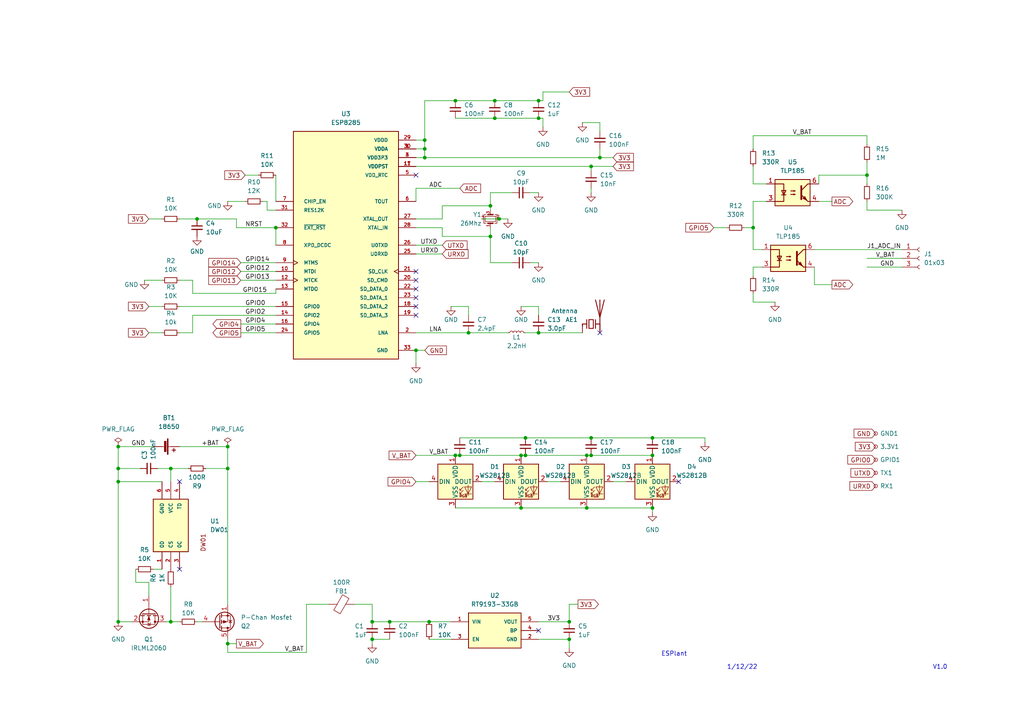
<source format=kicad_sch>
(kicad_sch (version 20211123) (generator eeschema)
  (paper "A4")
  (lib_symbols
    (symbol "Connector:Conn_01x03_Female" (pin_names (offset 1.016) hide)
      (property "Reference" "J" (at 0 5.08 0))
      (property "Value" "Conn_01x03_Female" (at 0 -5.08 0))
      (symbol "Conn_01x03_Female_1_1"
        (arc (start 0 -2.032) (mid -0.508 -2.54) (end 0 -3.048) (stroke (width 0.1524)))
        (polyline (pts (xy -1.27 -2.54) (xy -0.508 -2.54)) (stroke (width 0.1524)))
        (polyline (pts (xy -1.27 0) (xy -0.508 0)) (stroke (width 0.1524)))
        (polyline (pts (xy -1.27 2.54) (xy -0.508 2.54)) (stroke (width 0.1524)))
        (arc (start 0 0.508) (mid -0.508 0) (end 0 -0.508) (stroke (width 0.1524)))
        (arc (start 0 3.048) (mid -0.508 2.54) (end 0 2.032) (stroke (width 0.1524)))
        (pin passive line (at -5.08 2.54 0) (length 3.81) (name "Pin_1") (number "1"))
        (pin passive line (at -5.08 0 0) (length 3.81) (name "Pin_2") (number "2"))
        (pin passive line (at -5.08 -2.54 0) (length 3.81) (name "Pin_3") (number "3"))
      )
    )
    (symbol "Connector:TestPoint_Small" (pin_numbers hide) (pin_names (offset 0.762) hide)
      (property "Reference" "TP" (at 0 3.81 0))
      (property "Value" "TestPoint_Small" (at 0 2.032 0))
      (symbol "TestPoint_Small_0_1"
        (circle (center 0 0) (radius 0.508))
      )
      (symbol "TestPoint_Small_1_1"
        (pin passive line (at 0 0 90) (length 0) (name "1") (number "1"))
      )
    )
    (symbol "DW01:DW01" (pin_names (offset 1.016))
      (property "Reference" "U" (at 0 -10.16 0))
      (property "Value" "DW01" (at 0 0 0))
      (symbol "DW01_0_0"
        (rectangle (start 0 -7.62) (end 15.24 2.54) (stroke (width 0.254)) (fill (type background)))
        (text "DW01" (at 0 -12.7 0) (effects (font (size 1.27 1.27)) (justify left bottom)))
        (pin bidirectional line (at -5.08 0 0) (length 5.08) (name "0D") (number "1"))
        (pin bidirectional line (at -5.08 -2.54 0) (length 5.08) (name "CS") (number "2"))
        (pin bidirectional line (at -5.08 -5.08 0) (length 5.08) (name "0C") (number "3"))
        (pin bidirectional line (at 20.32 -5.08 180) (length 5.08) (name "TD") (number "4"))
        (pin bidirectional line (at 20.32 -2.54 180) (length 5.08) (name "VCC") (number "5"))
        (pin bidirectional line (at 20.32 0 180) (length 5.08) (name "GND") (number "6"))
      )
    )
    (symbol "Device:Antenna_Chip" (pin_numbers hide) (pin_names (offset 1.016) hide)
      (property "Reference" "AE" (at 0 5.08 0))
      (property "Value" "Antenna_Chip" (at 0 3.175 0))
      (symbol "Antenna_Chip_0_1"
        (polyline (pts (xy -2.54 0) (xy -2.54 -0.635)) (stroke (width 0.254)))
        (polyline (pts (xy -2.54 0) (xy -1.27 0)) (stroke (width 0.254)))
        (polyline (pts (xy 1.27 0) (xy 2.54 0)) (stroke (width 0.254)))
        (polyline (pts (xy 1.27 1.27) (xy 1.27 -1.27)) (stroke (width 0.254)))
        (polyline (pts (xy 2.54 -0.635) (xy 2.54 0)))
        (polyline (pts (xy 2.54 6.985) (xy 2.54 -1.905)) (stroke (width 0.254)))
        (polyline (pts (xy -1.27 1.27) (xy -1.27 -1.27) (xy -1.27 0)) (stroke (width 0.254)))
        (polyline (pts (xy 3.81 6.985) (xy 2.54 1.905) (xy 1.27 6.985)) (stroke (width 0.254)))
        (polyline (pts (xy -0.635 1.27) (xy 0.635 1.27) (xy 0.635 -1.27) (xy -0.635 -1.27) (xy -0.635 1.27)) (stroke (width 0.254)))
      )
      (symbol "Antenna_Chip_1_1"
        (pin input line (at -2.54 -2.54 90) (length 2.54) (name "FEED") (number "1"))
        (pin passive line (at 2.54 -2.54 90) (length 2.54) (name "PCB_Trace") (number "2"))
      )
    )
    (symbol "Device:Battery_Cell" (pin_numbers hide) (pin_names (offset 0) hide)
      (property "Reference" "BT" (at 2.54 2.54 0))
      (property "Value" "Battery_Cell" (at 2.54 0 0))
      (symbol "Battery_Cell_0_1"
        (rectangle (start -2.286 1.778) (end 2.286 1.524) (fill (type outline)))
        (rectangle (start -1.5748 1.1938) (end 1.4732 0.6858) (fill (type outline)))
        (polyline (pts (xy 0 0.762) (xy 0 0)))
        (polyline (pts (xy 0 1.778) (xy 0 2.54)))
        (polyline (pts (xy 0.508 3.429) (xy 1.524 3.429)) (stroke (width 0.254)))
        (polyline (pts (xy 1.016 3.937) (xy 1.016 2.921)) (stroke (width 0.254)))
      )
      (symbol "Battery_Cell_1_1"
        (pin passive line (at 0 5.08 270) (length 2.54) (name "+") (number "1"))
        (pin passive line (at 0 -2.54 90) (length 2.54) (name "-") (number "2"))
      )
    )
    (symbol "Device:C_Small" (pin_numbers hide) (pin_names (offset 0.254) hide)
      (property "Reference" "C" (at 0.254 1.778 0))
      (property "Value" "C_Small" (at 0.254 -2.032 0))
      (symbol "C_Small_0_1"
        (polyline (pts (xy -1.524 -0.508) (xy 1.524 -0.508)) (stroke (width 0.3302)))
        (polyline (pts (xy -1.524 0.508) (xy 1.524 0.508)) (stroke (width 0.3048)))
      )
      (symbol "C_Small_1_1"
        (pin passive line (at 0 2.54 270) (length 2.032) (name "~") (number "1"))
        (pin passive line (at 0 -2.54 90) (length 2.032) (name "~") (number "2"))
      )
    )
    (symbol "Device:Crystal_GND24_Small" (pin_names (offset 1.016) hide)
      (property "Reference" "Y" (at 1.27 4.445 0))
      (property "Value" "Crystal_GND24_Small" (at 1.27 2.54 0))
      (symbol "Crystal_GND24_Small_0_1"
        (rectangle (start -0.762 -1.524) (end 0.762 1.524))
        (polyline (pts (xy -1.27 -0.762) (xy -1.27 0.762)) (stroke (width 0.381)))
        (polyline (pts (xy 1.27 -0.762) (xy 1.27 0.762)) (stroke (width 0.381)))
        (polyline (pts (xy -1.27 -1.27) (xy -1.27 -1.905) (xy 1.27 -1.905) (xy 1.27 -1.27)))
        (polyline (pts (xy -1.27 1.27) (xy -1.27 1.905) (xy 1.27 1.905) (xy 1.27 1.27)))
      )
      (symbol "Crystal_GND24_Small_1_1"
        (pin passive line (at -2.54 0 0) (length 1.27) (name "1") (number "1"))
        (pin passive line (at 0 -2.54 90) (length 0.635) (name "2") (number "2"))
        (pin passive line (at 2.54 0 180) (length 1.27) (name "3") (number "3"))
        (pin passive line (at 0 2.54 270) (length 0.635) (name "4") (number "4"))
      )
    )
    (symbol "Device:FerriteBead" (pin_numbers hide) (pin_names (offset 0))
      (property "Reference" "FB" (at -3.81 0.635 90))
      (property "Value" "FerriteBead" (at 3.81 0 90))
      (symbol "FerriteBead_0_1"
        (polyline (pts (xy 0 -1.27) (xy 0 -1.2192)))
        (polyline (pts (xy 0 1.27) (xy 0 1.2954)))
        (polyline (pts (xy -2.7686 0.4064) (xy -1.7018 2.2606) (xy 2.7686 -0.3048) (xy 1.6764 -2.159) (xy -2.7686 0.4064)))
      )
      (symbol "FerriteBead_1_1"
        (pin passive line (at 0 3.81 270) (length 2.54) (name "~") (number "1"))
        (pin passive line (at 0 -3.81 90) (length 2.54) (name "~") (number "2"))
      )
    )
    (symbol "Device:L_Small" (pin_numbers hide) (pin_names (offset 0.254) hide)
      (property "Reference" "L" (at 0.762 1.016 0))
      (property "Value" "L_Small" (at 0.762 -1.016 0))
      (symbol "L_Small_0_1"
        (arc (start 0 -2.032) (mid 0.508 -1.524) (end 0 -1.016))
        (arc (start 0 -1.016) (mid 0.508 -0.508) (end 0 0))
        (arc (start 0 0) (mid 0.508 0.508) (end 0 1.016))
        (arc (start 0 1.016) (mid 0.508 1.524) (end 0 2.032))
      )
      (symbol "L_Small_1_1"
        (pin passive line (at 0 2.54 270) (length 0.508) (name "~") (number "1"))
        (pin passive line (at 0 -2.54 90) (length 0.508) (name "~") (number "2"))
      )
    )
    (symbol "Device:R_Small" (pin_numbers hide) (pin_names (offset 0.254) hide)
      (property "Reference" "R" (at 0.762 0.508 0))
      (property "Value" "R_Small" (at 0.762 -1.016 0))
      (symbol "R_Small_0_1"
        (rectangle (start -0.762 1.778) (end 0.762 -1.778) (stroke (width 0.2032)))
      )
      (symbol "R_Small_1_1"
        (pin passive line (at 0 2.54 270) (length 0.762) (name "~") (number "1"))
        (pin passive line (at 0 -2.54 90) (length 0.762) (name "~") (number "2"))
      )
    )
    (symbol "ESP8285EDIT:ESP8285" (pin_names (offset 3))
      (property "Reference" "U" (at -15.24 34.29 0))
      (property "Value" "ESP8285" (at -15.24 -34.29 0))
      (symbol "ESP8285_0_0"
        (rectangle (start -15.24 -33.02) (end 15.24 33.02) (stroke (width 0.254)) (fill (type background)))
        (pin power_in line (at 20.32 27.94 180) (length 5.08) (name "VDDA") (number "1"))
        (pin bidirectional line (at -20.32 -7.62 0) (length 5.08) (name "MTDI") (number "10"))
        (pin power_in line (at 20.32 22.86 180) (length 5.08) (name "VDDPST") (number "11"))
        (pin bidirectional clock (at -20.32 -10.16 0) (length 5.08) (name "MTCK") (number "12"))
        (pin bidirectional line (at -20.32 -12.7 0) (length 5.08) (name "MTDO") (number "13"))
        (pin bidirectional line (at -20.32 -20.32 0) (length 5.08) (name "GPIO2") (number "14"))
        (pin bidirectional line (at -20.32 -17.78 0) (length 5.08) (name "GPIO0") (number "15"))
        (pin bidirectional line (at -20.32 -22.86 0) (length 5.08) (name "GPIO4") (number "16"))
        (pin power_in line (at 20.32 22.86 180) (length 5.08) (name "VDDPST") (number "17"))
        (pin bidirectional line (at 20.32 -17.78 180) (length 5.08) (name "SD_DATA_2") (number "18"))
        (pin bidirectional line (at 20.32 -20.32 180) (length 5.08) (name "SD_DATA_3") (number "19"))
        (pin bidirectional line (at 20.32 -25.4 180) (length 5.08) (name "LNA") (number "2"))
        (pin bidirectional line (at 20.32 -10.16 180) (length 5.08) (name "SD_CMD") (number "20"))
        (pin bidirectional clock (at 20.32 -7.62 180) (length 5.08) (name "SD_CLK") (number "21"))
        (pin bidirectional line (at 20.32 -12.7 180) (length 5.08) (name "SD_DATA_0") (number "22"))
        (pin bidirectional line (at 20.32 -15.24 180) (length 5.08) (name "SD_DATA_1") (number "23"))
        (pin bidirectional line (at -20.32 -25.4 0) (length 5.08) (name "GPIO5") (number "24"))
        (pin bidirectional line (at 20.32 -2.54 180) (length 5.08) (name "U0RXD") (number "25"))
        (pin bidirectional line (at 20.32 0 180) (length 5.08) (name "U0TXD") (number "26"))
        (pin output line (at 20.32 7.62 180) (length 5.08) (name "XTAL_OUT") (number "27"))
        (pin input line (at 20.32 5.08 180) (length 5.08) (name "XTAL_IN") (number "28"))
        (pin power_in line (at 20.32 30.48 180) (length 5.08) (name "VDDD") (number "29"))
        (pin power_in line (at 20.32 25.4 180) (length 5.08) (name "VDD3P3") (number "3"))
        (pin power_in line (at 20.32 27.94 180) (length 5.08) (name "VDDA") (number "30"))
        (pin input line (at -20.32 10.16 0) (length 5.08) (name "RES12K") (number "31"))
        (pin input line (at -20.32 5.08 0) (length 5.08) (name "~{EXT_RST}") (number "32"))
        (pin power_in line (at 20.32 -30.48 180) (length 5.08) (name "GND") (number "33"))
        (pin power_in line (at 20.32 25.4 180) (length 5.08) (name "VDD3P3") (number "4"))
        (pin power_in line (at 20.32 20.32 180) (length 5.08) (name "VDD_RTC") (number "5"))
        (pin output line (at 20.32 12.7 180) (length 5.08) (name "TOUT") (number "6"))
        (pin input line (at -20.32 12.7 0) (length 5.08) (name "CHIP_EN") (number "7"))
        (pin bidirectional line (at -20.32 0 0) (length 5.08) (name "XPD_DCDC") (number "8"))
        (pin bidirectional clock (at -20.32 -5.08 0) (length 5.08) (name "MTMS") (number "9"))
      )
    )
    (symbol "Isolator:TLP185"
      (property "Reference" "U" (at -5.08 5.08 0))
      (property "Value" "TLP185" (at -5.08 -5.08 0))
      (symbol "TLP185_0_1"
        (rectangle (start -5.08 3.81) (end 5.08 -3.81) (stroke (width 0.254)) (fill (type background)))
        (polyline (pts (xy -3.175 -0.635) (xy -1.905 -0.635)) (stroke (width 0.254)))
        (polyline (pts (xy 2.54 1.905) (xy 2.54 -1.905) (xy 2.54 -1.905)) (stroke (width 0.508)))
        (polyline (pts (xy 5.08 -2.54) (xy 4.445 -2.54) (xy 2.54 -0.635)) (stroke (width 0.254)))
        (polyline (pts (xy 5.08 2.54) (xy 4.445 2.54) (xy 2.54 0.635)) (stroke (width 0.254)))
        (polyline (pts (xy -5.08 -2.54) (xy -2.54 -2.54) (xy -2.54 2.54) (xy -5.08 2.54)) (stroke (width 0.254)))
        (polyline (pts (xy -2.54 -0.635) (xy -3.175 0.635) (xy -1.905 0.635) (xy -2.54 -0.635)) (stroke (width 0.254)))
        (polyline (pts (xy -0.508 -0.508) (xy 0.762 -0.508) (xy 0.381 -0.635) (xy 0.381 -0.381) (xy 0.762 -0.508)) (stroke (width 0.254)))
        (polyline (pts (xy -0.508 0.508) (xy 0.762 0.508) (xy 0.381 0.381) (xy 0.381 0.635) (xy 0.762 0.508)) (stroke (width 0.254)))
        (polyline (pts (xy 3.048 -1.651) (xy 3.556 -1.143) (xy 4.064 -2.159) (xy 3.048 -1.651) (xy 3.048 -1.651)) (stroke (width 0.254)) (fill (type outline)))
      )
      (symbol "TLP185_1_1"
        (pin passive line (at -7.62 2.54 0) (length 2.54) (name "~") (number "1"))
        (pin passive line (at -7.62 -2.54 0) (length 2.54) (name "~") (number "3"))
        (pin passive line (at 7.62 -2.54 180) (length 2.54) (name "~") (number "4"))
        (pin passive line (at 7.62 2.54 180) (length 2.54) (name "~") (number "6"))
      )
    )
    (symbol "LED:WS2812B" (pin_names (offset 0.254))
      (property "Reference" "D" (at 5.08 5.715 0))
      (property "Value" "WS2812B" (at 1.27 -5.715 0))
      (symbol "WS2812B_0_0"
        (text "RGB" (at 2.286 -4.191 0) (effects (font (size 0.762 0.762))))
      )
      (symbol "WS2812B_0_1"
        (polyline (pts (xy 1.27 -3.556) (xy 1.778 -3.556)))
        (polyline (pts (xy 1.27 -2.54) (xy 1.778 -2.54)))
        (polyline (pts (xy 4.699 -3.556) (xy 2.667 -3.556)))
        (polyline (pts (xy 2.286 -2.54) (xy 1.27 -3.556) (xy 1.27 -3.048)))
        (polyline (pts (xy 2.286 -1.524) (xy 1.27 -2.54) (xy 1.27 -2.032)))
        (polyline (pts (xy 3.683 -1.016) (xy 3.683 -3.556) (xy 3.683 -4.064)))
        (polyline (pts (xy 4.699 -1.524) (xy 2.667 -1.524) (xy 3.683 -3.556) (xy 4.699 -1.524)))
        (rectangle (start 5.08 5.08) (end -5.08 -5.08) (stroke (width 0.254)) (fill (type background)))
      )
      (symbol "WS2812B_1_1"
        (pin power_in line (at 0 7.62 270) (length 2.54) (name "VDD") (number "1"))
        (pin output line (at 7.62 0 180) (length 2.54) (name "DOUT") (number "2"))
        (pin power_in line (at 0 -7.62 90) (length 2.54) (name "VSS") (number "3"))
        (pin input line (at -7.62 0 0) (length 2.54) (name "DIN") (number "4"))
      )
    )
    (symbol "RT9193-33GB:RT9193-33GB" (pin_names (offset 1.016))
      (property "Reference" "U" (at -6.3582 6.3582 0))
      (property "Value" "RT9193-33GB" (at -6.3733 -8.9227 0))
      (symbol "RT9193-33GB_0_0"
        (rectangle (start -7.62 -5.08) (end 7.62 5.08) (stroke (width 0.254)) (fill (type background)))
        (pin input line (at -12.7 2.54 0) (length 5.08) (name "VIN") (number "1"))
        (pin power_in line (at 12.7 -2.54 180) (length 5.08) (name "GND") (number "2"))
        (pin input line (at -12.7 -2.54 0) (length 5.08) (name "EN") (number "3"))
        (pin passive line (at 12.7 0 180) (length 5.08) (name "BP") (number "4"))
        (pin output line (at 12.7 2.54 180) (length 5.08) (name "VOUT") (number "5"))
      )
    )
    (symbol "Transistor_FET:DMP3013SFV" (pin_names hide)
      (property "Reference" "Q" (at 5.08 1.905 0))
      (property "Value" "DMP3013SFV" (at 5.08 0 0))
      (symbol "DMP3013SFV_0_1"
        (polyline (pts (xy 0.254 0) (xy -2.54 0)))
        (polyline (pts (xy 0.254 1.905) (xy 0.254 -1.905)) (stroke (width 0.254)))
        (polyline (pts (xy 0.762 -1.27) (xy 0.762 -2.286)) (stroke (width 0.254)))
        (polyline (pts (xy 0.762 0.508) (xy 0.762 -0.508)) (stroke (width 0.254)))
        (polyline (pts (xy 0.762 2.286) (xy 0.762 1.27)) (stroke (width 0.254)))
        (polyline (pts (xy 2.54 2.54) (xy 2.54 1.778)))
        (polyline (pts (xy 2.54 -2.54) (xy 2.54 0) (xy 0.762 0)))
        (polyline (pts (xy 0.762 1.778) (xy 3.302 1.778) (xy 3.302 -1.778) (xy 0.762 -1.778)))
        (polyline (pts (xy 2.286 0) (xy 1.27 0.381) (xy 1.27 -0.381) (xy 2.286 0)) (fill (type outline)))
        (polyline (pts (xy 2.794 -0.508) (xy 2.921 -0.381) (xy 3.683 -0.381) (xy 3.81 -0.254)))
        (polyline (pts (xy 3.302 -0.381) (xy 2.921 0.254) (xy 3.683 0.254) (xy 3.302 -0.381)))
        (circle (center 1.651 0) (radius 2.794) (stroke (width 0.254)))
        (circle (center 2.54 -1.778) (radius 0.254) (fill (type outline)))
        (circle (center 2.54 1.778) (radius 0.254) (fill (type outline)))
      )
      (symbol "DMP3013SFV_1_1"
        (pin passive line (at 2.54 -5.08 90) (length 2.54) (name "S") (number "1"))
        (pin passive line (at 2.54 -5.08 90) (length 2.54) hide (name "S") (number "2"))
        (pin passive line (at 2.54 -5.08 90) (length 2.54) hide (name "S") (number "3"))
        (pin passive line (at -5.08 0 0) (length 2.54) (name "G") (number "4"))
        (pin passive line (at 2.54 5.08 270) (length 2.54) (name "D") (number "5"))
      )
    )
    (symbol "Transistor_FET:IRLML2060" (pin_names hide)
      (property "Reference" "Q" (at 5.08 1.905 0))
      (property "Value" "IRLML2060" (at 5.08 0 0))
      (symbol "IRLML2060_0_1"
        (polyline (pts (xy 0.254 0) (xy -2.54 0)))
        (polyline (pts (xy 0.254 1.905) (xy 0.254 -1.905)) (stroke (width 0.254)))
        (polyline (pts (xy 0.762 -1.27) (xy 0.762 -2.286)) (stroke (width 0.254)))
        (polyline (pts (xy 0.762 0.508) (xy 0.762 -0.508)) (stroke (width 0.254)))
        (polyline (pts (xy 0.762 2.286) (xy 0.762 1.27)) (stroke (width 0.254)))
        (polyline (pts (xy 2.54 2.54) (xy 2.54 1.778)))
        (polyline (pts (xy 2.54 -2.54) (xy 2.54 0) (xy 0.762 0)))
        (polyline (pts (xy 0.762 -1.778) (xy 3.302 -1.778) (xy 3.302 1.778) (xy 0.762 1.778)))
        (polyline (pts (xy 1.016 0) (xy 2.032 0.381) (xy 2.032 -0.381) (xy 1.016 0)) (fill (type outline)))
        (polyline (pts (xy 2.794 0.508) (xy 2.921 0.381) (xy 3.683 0.381) (xy 3.81 0.254)))
        (polyline (pts (xy 3.302 0.381) (xy 2.921 -0.254) (xy 3.683 -0.254) (xy 3.302 0.381)))
        (circle (center 1.651 0) (radius 2.794) (stroke (width 0.254)))
        (circle (center 2.54 -1.778) (radius 0.254) (fill (type outline)))
        (circle (center 2.54 1.778) (radius 0.254) (fill (type outline)))
      )
      (symbol "IRLML2060_1_1"
        (pin input line (at -5.08 0 0) (length 2.54) (name "G") (number "1"))
        (pin passive line (at 2.54 -5.08 90) (length 2.54) (name "S") (number "2"))
        (pin passive line (at 2.54 5.08 270) (length 2.54) (name "D") (number "3"))
      )
    )
    (symbol "power:GND" (power) (pin_names (offset 0))
      (property "Value" "GND" (at 0 -3.81 0))
      (symbol "GND_0_1"
        (polyline (pts (xy 0 0) (xy 0 -1.27) (xy 1.27 -1.27) (xy 0 -2.54) (xy -1.27 -1.27) (xy 0 -1.27)))
      )
      (symbol "GND_1_1"
        (pin power_in line (at 0 0 270) (length 0) hide (name "GND") (number "1"))
      )
    )
    (symbol "power:PWR_FLAG" (power) (pin_numbers hide) (pin_names (offset 0) hide)
      (property "Value" "PWR_FLAG" (at 0 3.81 0))
      (symbol "PWR_FLAG_0_0"
        (pin power_out line (at 0 0 90) (length 0) (name "pwr") (number "1"))
      )
      (symbol "PWR_FLAG_0_1"
        (polyline (pts (xy 0 0) (xy 0 1.27) (xy -1.016 1.905) (xy 0 2.54) (xy 1.016 1.905) (xy 0 1.27)))
      )
    )
  )
  (junction (at 49.53 135.89))
  (junction (at 171.45 48.26))
  (junction (at 165.1 185.42))
  (junction (at 66.04 186.69))
  (junction (at 113.03 180.34))
  (junction (at 66.04 129.54))
  (junction (at 151.13 147.32))
  (junction (at 171.45 127))
  (junction (at 34.29 139.7))
  (junction (at 34.29 180.34))
  (junction (at 133.35 132.08))
  (junction (at 123.19 45.72))
  (junction (at 107.95 180.34))
  (junction (at 189.23 127))
  (junction (at 132.08 29.21))
  (junction (at 171.45 132.08))
  (junction (at 189.23 147.32))
  (junction (at 80.01 66.04))
  (junction (at 165.1 180.34))
  (junction (at 123.19 40.64))
  (junction (at 251.46 50.8))
  (junction (at 123.19 43.18))
  (junction (at 49.53 180.34))
  (junction (at 144.78 63.5))
  (junction (at 156.21 29.21))
  (junction (at 143.51 29.21))
  (junction (at 170.18 147.32))
  (junction (at 107.95 185.42))
  (junction (at 34.29 135.89))
  (junction (at 142.24 59.69))
  (junction (at 57.15 63.5))
  (junction (at 142.24 68.58))
  (junction (at 143.51 34.29))
  (junction (at 124.46 180.34))
  (junction (at 156.21 34.29))
  (junction (at 34.29 129.54))
  (junction (at 218.44 66.04))
  (junction (at 151.13 132.08))
  (junction (at 66.04 135.89))
  (junction (at 152.4 132.08))
  (junction (at 152.4 127))
  (junction (at 135.89 96.52))
  (junction (at 132.08 132.08))
  (junction (at 120.65 101.6))
  (junction (at 170.18 132.08))
  (junction (at 156.21 96.52))
  (junction (at 173.99 45.72))
  (junction (at 189.23 132.08))
  (no_connect (at 52.07 139.7))
  (no_connect (at 196.85 139.7))
  (no_connect (at 173.99 96.52))
  (no_connect (at 120.65 50.8))
  (no_connect (at 120.65 83.82))
  (no_connect (at 156.21 182.88))
  (no_connect (at 120.65 91.44))
  (no_connect (at 52.07 165.1))
  (no_connect (at 120.65 86.36))
  (no_connect (at 120.65 78.74))
  (no_connect (at 120.65 81.28))
  (no_connect (at 120.65 88.9))
  (wire (pts (xy 143.51 34.29) (xy 156.21 34.29)))
  (wire (pts (xy 167.64 175.26) (xy 165.1 175.26)))
  (wire (pts (xy 66.04 186.69) (xy 66.04 185.42)))
  (wire (pts (xy 151.13 132.08) (xy 152.4 132.08)))
  (wire (pts (xy 80.01 60.96) (xy 77.47 60.96)))
  (wire (pts (xy 177.8 139.7) (xy 181.61 139.7)))
  (wire (pts (xy 66.04 129.54) (xy 66.04 135.89)))
  (wire (pts (xy 128.27 59.69) (xy 142.24 59.69)))
  (wire (pts (xy 77.47 60.96) (xy 77.47 58.42)))
  (wire (pts (xy 123.19 29.21) (xy 123.19 40.64)))
  (wire (pts (xy 128.27 71.12) (xy 120.65 71.12)))
  (wire (pts (xy 120.65 48.26) (xy 171.45 48.26)))
  (wire (pts (xy 171.45 127) (xy 189.23 127)))
  (wire (pts (xy 135.89 91.44) (xy 135.89 88.9)))
  (wire (pts (xy 34.29 135.89) (xy 40.64 135.89)))
  (wire (pts (xy 120.65 45.72) (xy 123.19 45.72)))
  (wire (pts (xy 68.58 63.5) (xy 68.58 66.04)))
  (wire (pts (xy 80.01 91.44) (xy 55.88 91.44)))
  (wire (pts (xy 173.99 38.1) (xy 173.99 35.56)))
  (wire (pts (xy 95.25 175.26) (xy 88.9 175.26)))
  (wire (pts (xy 156.21 91.44) (xy 156.21 88.9)))
  (wire (pts (xy 135.89 88.9) (xy 130.81 88.9)))
  (wire (pts (xy 218.44 48.26) (xy 218.44 53.34)))
  (wire (pts (xy 107.95 180.34) (xy 113.03 180.34)))
  (wire (pts (xy 48.26 180.34) (xy 49.53 180.34)))
  (wire (pts (xy 218.44 53.34) (xy 222.25 53.34)))
  (wire (pts (xy 218.44 87.63) (xy 224.79 87.63)))
  (wire (pts (xy 123.19 101.6) (xy 120.65 101.6)))
  (wire (pts (xy 165.1 185.42) (xy 165.1 187.96)))
  (wire (pts (xy 189.23 148.59) (xy 189.23 147.32)))
  (wire (pts (xy 168.91 35.56) (xy 173.99 35.56)))
  (wire (pts (xy 236.22 82.55) (xy 241.3 82.55)))
  (wire (pts (xy 49.53 170.18) (xy 49.53 180.34)))
  (wire (pts (xy 156.21 96.52) (xy 168.91 96.52)))
  (wire (pts (xy 170.18 147.32) (xy 189.23 147.32)))
  (wire (pts (xy 39.37 168.91) (xy 43.18 168.91)))
  (wire (pts (xy 251.46 53.34) (xy 251.46 50.8)))
  (wire (pts (xy 132.08 34.29) (xy 143.51 34.29)))
  (wire (pts (xy 80.01 88.9) (xy 52.07 88.9)))
  (wire (pts (xy 52.07 129.54) (xy 66.04 129.54)))
  (wire (pts (xy 171.45 49.53) (xy 171.45 48.26)))
  (wire (pts (xy 55.88 81.28) (xy 52.07 81.28)))
  (wire (pts (xy 107.95 175.26) (xy 102.87 175.26)))
  (wire (pts (xy 132.08 147.32) (xy 151.13 147.32)))
  (wire (pts (xy 148.59 55.88) (xy 142.24 55.88)))
  (wire (pts (xy 120.65 105.41) (xy 120.65 101.6)))
  (wire (pts (xy 156.21 55.88) (xy 153.67 55.88)))
  (wire (pts (xy 39.37 165.1) (xy 39.37 168.91)))
  (wire (pts (xy 43.18 88.9) (xy 46.99 88.9)))
  (wire (pts (xy 251.46 74.93) (xy 261.62 74.93)))
  (wire (pts (xy 52.07 63.5) (xy 57.15 63.5)))
  (wire (pts (xy 236.22 72.39) (xy 261.62 72.39)))
  (wire (pts (xy 123.19 45.72) (xy 173.99 45.72)))
  (wire (pts (xy 80.01 66.04) (xy 80.01 71.12)))
  (wire (pts (xy 177.8 48.26) (xy 171.45 48.26)))
  (wire (pts (xy 44.45 129.54) (xy 34.29 129.54)))
  (wire (pts (xy 147.32 96.52) (xy 135.89 96.52)))
  (wire (pts (xy 173.99 43.18) (xy 173.99 45.72)))
  (wire (pts (xy 204.47 127) (xy 204.47 128.27)))
  (wire (pts (xy 49.53 180.34) (xy 52.07 180.34)))
  (wire (pts (xy 218.44 43.18) (xy 218.44 39.37)))
  (wire (pts (xy 120.65 66.04) (xy 128.27 66.04)))
  (wire (pts (xy 220.98 72.39) (xy 218.44 72.39)))
  (wire (pts (xy 69.85 81.28) (xy 80.01 81.28)))
  (wire (pts (xy 45.72 135.89) (xy 49.53 135.89)))
  (wire (pts (xy 132.08 132.08) (xy 133.35 132.08)))
  (wire (pts (xy 157.48 29.21) (xy 157.48 26.67)))
  (wire (pts (xy 107.95 186.69) (xy 107.95 185.42)))
  (wire (pts (xy 113.03 180.34) (xy 124.46 180.34)))
  (wire (pts (xy 41.91 81.28) (xy 46.99 81.28)))
  (wire (pts (xy 152.4 132.08) (xy 170.18 132.08)))
  (wire (pts (xy 34.29 139.7) (xy 46.99 139.7)))
  (wire (pts (xy 120.65 43.18) (xy 123.19 43.18)))
  (wire (pts (xy 59.69 135.89) (xy 66.04 135.89)))
  (wire (pts (xy 218.44 66.04) (xy 218.44 72.39)))
  (wire (pts (xy 236.22 77.47) (xy 236.22 82.55)))
  (wire (pts (xy 152.4 96.52) (xy 156.21 96.52)))
  (wire (pts (xy 107.95 185.42) (xy 113.03 185.42)))
  (wire (pts (xy 66.04 189.23) (xy 66.04 186.69)))
  (wire (pts (xy 43.18 168.91) (xy 43.18 172.72)))
  (wire (pts (xy 128.27 63.5) (xy 128.27 59.69)))
  (wire (pts (xy 120.65 54.61) (xy 120.65 58.42)))
  (wire (pts (xy 237.49 58.42) (xy 241.3 58.42)))
  (wire (pts (xy 34.29 139.7) (xy 34.29 180.34)))
  (wire (pts (xy 123.19 40.64) (xy 123.19 43.18)))
  (wire (pts (xy 107.95 180.34) (xy 107.95 175.26)))
  (wire (pts (xy 34.29 129.54) (xy 34.29 135.89)))
  (wire (pts (xy 142.24 66.04) (xy 142.24 68.58)))
  (wire (pts (xy 218.44 39.37) (xy 251.46 39.37)))
  (wire (pts (xy 132.08 29.21) (xy 143.51 29.21)))
  (wire (pts (xy 139.7 63.5) (xy 144.78 63.5)))
  (wire (pts (xy 251.46 41.91) (xy 251.46 39.37)))
  (wire (pts (xy 123.19 43.18) (xy 123.19 45.72)))
  (wire (pts (xy 80.01 50.8) (xy 80.01 58.42)))
  (wire (pts (xy 128.27 66.04) (xy 128.27 68.58)))
  (wire (pts (xy 34.29 180.34) (xy 38.1 180.34)))
  (wire (pts (xy 120.65 40.64) (xy 123.19 40.64)))
  (wire (pts (xy 156.21 29.21) (xy 157.48 29.21)))
  (wire (pts (xy 68.58 66.04) (xy 80.01 66.04)))
  (wire (pts (xy 57.15 180.34) (xy 58.42 180.34)))
  (wire (pts (xy 54.61 135.89) (xy 49.53 135.89)))
  (wire (pts (xy 66.04 58.42) (xy 71.12 58.42)))
  (wire (pts (xy 152.4 127) (xy 171.45 127)))
  (wire (pts (xy 142.24 55.88) (xy 142.24 59.69)))
  (wire (pts (xy 157.48 34.29) (xy 157.48 36.83)))
  (wire (pts (xy 124.46 185.42) (xy 130.81 185.42)))
  (wire (pts (xy 88.9 189.23) (xy 66.04 189.23)))
  (wire (pts (xy 158.75 139.7) (xy 162.56 139.7)))
  (wire (pts (xy 44.45 165.1) (xy 46.99 165.1)))
  (wire (pts (xy 43.18 96.52) (xy 46.99 96.52)))
  (wire (pts (xy 156.21 180.34) (xy 165.1 180.34)))
  (wire (pts (xy 128.27 73.66) (xy 120.65 73.66)))
  (wire (pts (xy 218.44 77.47) (xy 218.44 80.01)))
  (wire (pts (xy 69.85 76.2) (xy 80.01 76.2)))
  (wire (pts (xy 46.99 63.5) (xy 43.18 63.5)))
  (wire (pts (xy 34.29 135.89) (xy 34.29 139.7)))
  (wire (pts (xy 237.49 50.8) (xy 251.46 50.8)))
  (wire (pts (xy 133.35 132.08) (xy 151.13 132.08)))
  (wire (pts (xy 165.1 175.26) (xy 165.1 180.34)))
  (wire (pts (xy 128.27 68.58) (xy 142.24 68.58)))
  (wire (pts (xy 156.21 76.2) (xy 153.67 76.2)))
  (wire (pts (xy 69.85 93.98) (xy 80.01 93.98)))
  (wire (pts (xy 69.85 96.52) (xy 80.01 96.52)))
  (wire (pts (xy 133.35 54.61) (xy 120.65 54.61)))
  (wire (pts (xy 69.85 78.74) (xy 80.01 78.74)))
  (wire (pts (xy 148.59 76.2) (xy 142.24 76.2)))
  (wire (pts (xy 120.65 96.52) (xy 135.89 96.52)))
  (wire (pts (xy 237.49 53.34) (xy 237.49 50.8)))
  (wire (pts (xy 151.13 147.32) (xy 170.18 147.32)))
  (wire (pts (xy 143.51 29.21) (xy 156.21 29.21)))
  (wire (pts (xy 171.45 55.88) (xy 171.45 54.61)))
  (wire (pts (xy 170.18 132.08) (xy 171.45 132.08)))
  (wire (pts (xy 251.46 60.96) (xy 261.62 60.96)))
  (wire (pts (xy 139.7 139.7) (xy 143.51 139.7)))
  (wire (pts (xy 156.21 185.42) (xy 165.1 185.42)))
  (wire (pts (xy 66.04 135.89) (xy 66.04 175.26)))
  (wire (pts (xy 120.65 139.7) (xy 124.46 139.7)))
  (wire (pts (xy 49.53 135.89) (xy 49.53 139.7)))
  (wire (pts (xy 251.46 58.42) (xy 251.46 60.96)))
  (wire (pts (xy 120.65 63.5) (xy 128.27 63.5)))
  (wire (pts (xy 189.23 127) (xy 204.47 127)))
  (wire (pts (xy 218.44 58.42) (xy 218.44 66.04)))
  (wire (pts (xy 220.98 77.47) (xy 218.44 77.47)))
  (wire (pts (xy 156.21 34.29) (xy 157.48 34.29)))
  (wire (pts (xy 207.01 66.04) (xy 210.82 66.04)))
  (wire (pts (xy 76.2 58.42) (xy 77.47 58.42)))
  (wire (pts (xy 123.19 29.21) (xy 132.08 29.21)))
  (wire (pts (xy 124.46 180.34) (xy 130.81 180.34)))
  (wire (pts (xy 215.9 66.04) (xy 218.44 66.04)))
  (wire (pts (xy 171.45 132.08) (xy 189.23 132.08)))
  (wire (pts (xy 218.44 85.09) (xy 218.44 87.63)))
  (wire (pts (xy 80.01 85.09) (xy 55.88 85.09)))
  (wire (pts (xy 55.88 96.52) (xy 52.07 96.52)))
  (wire (pts (xy 80.01 85.09) (xy 80.01 83.82)))
  (wire (pts (xy 55.88 85.09) (xy 55.88 81.28)))
  (wire (pts (xy 88.9 175.26) (xy 88.9 189.23)))
  (wire (pts (xy 218.44 58.42) (xy 222.25 58.42)))
  (wire (pts (xy 144.78 63.5) (xy 147.32 63.5)))
  (wire (pts (xy 156.21 88.9) (xy 151.13 88.9)))
  (wire (pts (xy 173.99 45.72) (xy 177.8 45.72)))
  (wire (pts (xy 251.46 77.47) (xy 261.62 77.47)))
  (wire (pts (xy 251.46 50.8) (xy 251.46 46.99)))
  (wire (pts (xy 142.24 68.58) (xy 142.24 76.2)))
  (wire (pts (xy 66.04 186.69) (xy 68.58 186.69)))
  (wire (pts (xy 120.65 132.08) (xy 132.08 132.08)))
  (wire (pts (xy 133.35 127) (xy 152.4 127)))
  (wire (pts (xy 157.48 26.67) (xy 165.1 26.67)))
  (wire (pts (xy 55.88 91.44) (xy 55.88 96.52)))
  (wire (pts (xy 57.15 63.5) (xy 68.58 63.5)))
  (wire (pts (xy 71.12 50.8) (xy 74.93 50.8)))
  (wire (pts (xy 142.24 59.69) (xy 142.24 60.96)))
  (text "ESPlant" (at 191.77 190.5 0) (effects (font (size 1.27 1.27)) (justify left bottom)))
  (text "V1.0" (at 270.51 194.31 0) (effects (font (size 1.27 1.27)) (justify left bottom)))
  (text "1/12/22" (at 210.82 194.31 0) (effects (font (size 1.27 1.27)) (justify left bottom)))
  (label "LNA" (at 124.46 96.52 0))
  (label "+BAT" (at 58.42 129.54 0))
  (label "GPIO2" (at 71.12 91.44 0))
  (label "V_BAT" (at 82.55 189.23 0))
  (label "V_BAT" (at 124.46 132.08 0))
  (label "GPIO0" (at 71.12 88.9 0))
  (label "GND" (at 255.27 77.47 0))
  (label "V_BAT" (at 254 74.93 0))
  (label "GPIO15" (at 77.47 85.09 180))
  (label "NRST" (at 71.12 66.04 0))
  (label "GPIO5" (at 71.12 96.52 0))
  (label "GPIO13" (at 71.12 81.28 0))
  (label "J1_ADC_IN" (at 251.46 72.39 0))
  (label "V_BAT" (at 229.87 39.37 0))
  (label "GPIO4" (at 71.12 93.98 0))
  (label "3V3" (at 158.75 180.34 0))
  (label "ADC" (at 124.46 54.61 0))
  (label "GPIO14" (at 71.12 76.2 0))
  (label "URXD" (at 121.92 73.66 0))
  (label "GPIO12" (at 71.12 78.74 0))
  (label "GND" (at 38.1 129.54 0))
  (label "UTXD" (at 121.92 71.12 0))
  (global_label "ADC" (shape output) (at 241.3 58.42 0) (property "Intersheet References" "${INTERSHEET_REFS}" (effects hide)))
  (global_label "UTXD" (shape input) (at 254 137.16 180) (property "Intersheet References" "${INTERSHEET_REFS}" (effects hide)))
  (global_label "V_BAT" (shape output) (at 68.58 186.69 0) (property "Intersheet References" "${INTERSHEET_REFS}" (effects hide)))
  (global_label "3V3" (shape input) (at 254 129.54 180) (property "Intersheet References" "${INTERSHEET_REFS}" (effects hide)))
  (global_label "3V3" (shape input) (at 177.8 48.26 0) (property "Intersheet References" "${INTERSHEET_REFS}" (effects hide)))
  (global_label "GPIO14" (shape input) (at 69.85 76.2 180) (property "Intersheet References" "${INTERSHEET_REFS}" (effects hide)))
  (global_label "3V3" (shape output) (at 167.64 175.26 0) (property "Intersheet References" "${INTERSHEET_REFS}" (effects hide)))
  (global_label "3V3" (shape input) (at 43.18 88.9 180) (property "Intersheet References" "${INTERSHEET_REFS}" (effects hide)))
  (global_label "GPIO5" (shape output) (at 69.85 96.52 180) (property "Intersheet References" "${INTERSHEET_REFS}" (effects hide)))
  (global_label "GND" (shape input) (at 254 125.73 180) (property "Intersheet References" "${INTERSHEET_REFS}" (effects hide)))
  (global_label "ADC" (shape input) (at 133.35 54.61 0) (property "Intersheet References" "${INTERSHEET_REFS}" (effects hide)))
  (global_label "3V3" (shape input) (at 165.1 26.67 0) (property "Intersheet References" "${INTERSHEET_REFS}" (effects hide)))
  (global_label "3V3" (shape input) (at 43.18 63.5 180) (property "Intersheet References" "${INTERSHEET_REFS}" (effects hide)))
  (global_label "URXD" (shape input) (at 128.27 73.66 0) (property "Intersheet References" "${INTERSHEET_REFS}" (effects hide)))
  (global_label "GPIO4" (shape input) (at 120.65 139.7 180) (property "Intersheet References" "${INTERSHEET_REFS}" (effects hide)))
  (global_label "V_BAT" (shape input) (at 120.65 132.08 180) (property "Intersheet References" "${INTERSHEET_REFS}" (effects hide)))
  (global_label "GPIO12" (shape input) (at 69.85 78.74 180) (property "Intersheet References" "${INTERSHEET_REFS}" (effects hide)))
  (global_label "3V3" (shape input) (at 177.8 45.72 0) (property "Intersheet References" "${INTERSHEET_REFS}" (effects hide)))
  (global_label "GPIO4" (shape output) (at 69.85 93.98 180) (property "Intersheet References" "${INTERSHEET_REFS}" (effects hide)))
  (global_label "URXD" (shape input) (at 254 140.97 180) (property "Intersheet References" "${INTERSHEET_REFS}" (effects hide)))
  (global_label "ADC" (shape output) (at 241.3 82.55 0) (property "Intersheet References" "${INTERSHEET_REFS}" (effects hide)))
  (global_label "GPIO5" (shape input) (at 207.01 66.04 180) (property "Intersheet References" "${INTERSHEET_REFS}" (effects hide)))
  (global_label "GPIO0" (shape input) (at 254 133.35 180) (property "Intersheet References" "${INTERSHEET_REFS}" (effects hide)))
  (global_label "UTXD" (shape input) (at 128.27 71.12 0) (property "Intersheet References" "${INTERSHEET_REFS}" (effects hide)))
  (global_label "GPIO13" (shape input) (at 69.85 81.28 180) (property "Intersheet References" "${INTERSHEET_REFS}" (effects hide)))
  (global_label "3V3" (shape input) (at 71.12 50.8 180) (property "Intersheet References" "${INTERSHEET_REFS}" (effects hide)))
  (global_label "3V3" (shape input) (at 43.18 96.52 180) (property "Intersheet References" "${INTERSHEET_REFS}" (effects hide)))
  (global_label "GND" (shape input) (at 123.19 101.6 0) (property "Intersheet References" "${INTERSHEET_REFS}" (effects hide)))
  (symbol (lib_id "power:GND") (at 147.32 63.5 0) (unit 1)
    (property "Reference" "#PWR09" (effects hide))
    (property "Value" "GND" (at 147.32 68.58 0))
  )
  (symbol (lib_id "Device:C_Small") (at 113.03 182.88 180) (unit 1)
    (property "Reference" "C2" (at 115.57 181.61 0) (effects (justify right)))
    (property "Value" "100nF" (at 115.57 184.1435 0) (effects (justify right)))
    (property "Footprint" "Capacitor_SMD:C_0402_1005Metric" (effects hide))
  )
  (symbol (lib_id "power:GND") (at 57.15 68.58 0) (unit 1)
    (property "Reference" "#PWR04" (effects hide))
    (property "Value" "GND" (at 57.15 73.66 0) (effects (justify bottom)))
  )
  (symbol (lib_id "Device:C_Small") (at 132.08 31.75 180) (unit 1)
    (property "Reference" "C6" (at 134.62 30.4735 0) (effects (justify right)))
    (property "Value" "100nF" (at 134.62 33.0135 0) (effects (justify right)))
    (property "Footprint" "Capacitor_SMD:C_0402_1005Metric" (effects hide))
  )
  (symbol (lib_id "Device:R_Small") (at 218.44 82.55 0) (unit 1)
    (property "Reference" "R14" (at 220.98 81.2799 0) (effects (justify left)))
    (property "Value" "330R" (at 220.98 83.8199 0) (effects (justify left)))
    (property "Footprint" "Capacitor_SMD:C_0402_1005Metric" (effects hide))
  )
  (symbol (lib_id "Device:Antenna_Chip") (at 171.45 93.98 0) (unit 1)
    (property "Reference" "AE1" (at 167.64 92.7101 0) (effects (justify right)))
    (property "Value" "Antenna" (at 167.64 90.1701 0) (effects (justify right)))
    (property "Footprint" "RF_Antenna:Johanson_2450AT43F0100" (effects hide))
  )
  (symbol (lib_id "Device:R_Small") (at 49.53 96.52 90) (unit 1)
    (property "Reference" "R4" (at 49.53 90.17 90) (effects (justify bottom)))
    (property "Value" "10k" (at 49.53 92.71 90) (effects (justify bottom)))
    (property "Footprint" "Resistor_SMD:R_0402_1005Metric" (effects hide))
  )
  (symbol (lib_id "power:GND") (at 151.13 88.9 0) (unit 1)
    (property "Reference" "#PWR010" (effects hide))
    (property "Value" "GND" (at 151.13 92.71 0))
  )
  (symbol (lib_id "power:GND") (at 204.47 128.27 0) (unit 1)
    (property "Reference" "#PWR017" (effects hide))
    (property "Value" "GND" (at 204.47 133.35 0))
  )
  (symbol (lib_id "RT9193-33GB:RT9193-33GB") (at 143.51 182.88 0) (unit 1)
    (property "Reference" "U2" (at 143.51 172.72 0))
    (property "Value" "RT9193-33GB" (at 143.51 175.26 0))
    (property "Footprint" "SOT94P279X129-5N" (effects hide))
    (property "PACKAGE" "SOT-23-5" (effects hide))
    (property "MP" "RT9193-33GB" (effects hide))
    (property "PRICE" "$0.19 USD" (effects hide))
    (property "MF" "RICHTEK" (effects hide))
    (property "AVAILABILITY" "Good" (effects hide))
  )
  (symbol (lib_id "Device:R_Small") (at 49.53 88.9 90) (unit 1)
    (property "Reference" "R3" (at 49.53 82.55 90) (effects (justify bottom)))
    (property "Value" "10K" (at 49.53 85.09 90) (effects (justify bottom)))
    (property "Footprint" "Resistor_SMD:R_0402_1005Metric" (effects hide))
  )
  (symbol (lib_id "Device:R_Small") (at 41.91 165.1 90) (unit 1)
    (property "Reference" "R5" (at 41.91 158.75 90) (effects (justify bottom)))
    (property "Value" "10K" (at 41.91 161.29 90) (effects (justify bottom)))
    (property "Footprint" "Capacitor_SMD:C_0402_1005Metric" (effects hide))
  )
  (symbol (lib_id "Isolator:TLP185") (at 229.87 55.88 0) (unit 1)
    (property "Reference" "U5" (at 229.87 46.99 0))
    (property "Value" "TLP185" (at 229.87 49.53 0))
    (property "Footprint" "Package_SO:SOIC-4_4.55x3.7mm_P2.54mm" (effects hide))
    (property "Datasheet" "https://toshiba.semicon-storage.com/info/docget.jsp?did=11791&prodName=TLP185" (effects hide))
  )
  (symbol (lib_id "Device:C_Small") (at 151.13 55.88 90) (unit 1)
    (property "Reference" "C9" (at 151.1363 49.53 90) (effects (justify bottom)))
    (property "Value" "10pF" (at 151.1363 52.07 90) (effects (justify bottom)))
    (property "Footprint" "Capacitor_SMD:C_01005_0402Metric" (effects hide))
  )
  (symbol (lib_id "power:GND") (at 171.45 55.88 0) (unit 1)
    (property "Reference" "#PWR015" (effects hide))
    (property "Value" "GND" (at 171.45 60.96 0))
  )
  (symbol (lib_id "power:GND") (at 165.1 187.96 0) (unit 1)
    (property "Reference" "#PWR06" (effects hide))
    (property "Value" "GND" (at 165.1 193.04 0))
  )
  (symbol (lib_id "Transistor_FET:IRLML2060") (at 43.18 177.8 270) (unit 1)
    (property "Reference" "Q1" (at 43.18 185.42 90))
    (property "Value" "IRLML2060" (at 43.18 187.96 90))
    (property "Footprint" "Package_TO_SOT_SMD:SOT-23" (effects hide))
    (property "Datasheet" "https://www.infineon.com/dgdl/irlml2060pbf.pdf?fileId=5546d462533600a401535664b7fb25ee" (effects hide))
  )
  (symbol (lib_id "Device:C_Small") (at 57.15 66.04 0) (unit 1)
    (property "Reference" "C4" (at 59.69 64.7762 0) (effects (justify left)))
    (property "Value" "10uF" (at 59.69 67.3162 0) (effects (justify left)))
    (property "Footprint" "Capacitor_SMD:C_0603_1608Metric" (effects hide))
  )
  (symbol (lib_id "Device:R_Small") (at 218.44 45.72 0) (unit 1)
    (property "Reference" "R13" (at 220.98 44.4499 0) (effects (justify left)))
    (property "Value" "330R" (at 220.98 46.9899 0) (effects (justify left)))
    (property "Footprint" "Capacitor_SMD:C_0402_1005Metric" (effects hide))
  )
  (symbol (lib_id "power:GND") (at 189.23 148.59 0) (unit 1)
    (property "Reference" "#PWR016" (effects hide))
    (property "Value" "GND" (at 189.23 153.67 0))
  )
  (symbol (lib_id "Device:C_Small") (at 143.51 31.75 180) (unit 1)
    (property "Reference" "C8" (at 146.05 30.4735 0) (effects (justify right)))
    (property "Value" "100nF" (at 146.05 33.0135 0) (effects (justify right)))
    (property "Footprint" "Capacitor_SMD:C_0402_1005Metric" (effects hide))
  )
  (symbol (lib_id "Connector:TestPoint_Small") (at 254 129.54 0) (unit 1)
    (property "Reference" "3.3V1" (at 255.27 129.5399 0) (effects (justify left)))
    (property "Value" "TestPoint_Small" (effects hide))
    (property "Footprint" "TestPoint:TestPoint_Pad_D1.0mm" (effects hide))
  )
  (symbol (lib_id "Connector:TestPoint_Small") (at 254 133.35 0) (unit 1)
    (property "Reference" "GPIO1" (at 255.27 133.3499 0) (effects (justify left)))
    (property "Value" "TestPoint_Small" (effects hide))
    (property "Footprint" "TestPoint:TestPoint_Pad_D1.0mm" (effects hide))
  )
  (symbol (lib_id "Device:R_Small") (at 54.61 180.34 270) (unit 1)
    (property "Reference" "R8" (at 54.61 175.26 90))
    (property "Value" "10K" (at 54.61 177.8 90))
    (property "Footprint" "Resistor_SMD:R_0402_1005Metric" (effects hide))
  )
  (symbol (lib_id "power:GND") (at 157.48 36.83 0) (unit 1)
    (property "Reference" "#PWR013" (effects hide))
    (property "Value" "GND" (at 157.48 41.91 0))
  )
  (symbol (lib_id "LED:WS2812B") (at 151.13 139.7 0) (unit 1)
    (property "Reference" "D2" (at 162.56 135.3693 0))
    (property "Value" "WS2812B" (at 162.56 137.9093 0))
    (property "Footprint" "LED_SMD:LED_WS2812B_PLCC4_5.0x5.0mm_P3.2mm" (effects hide))
    (property "Datasheet" "https://cdn-shop.adafruit.com/datasheets/WS2812B.pdf" (effects hide))
  )
  (symbol (lib_id "LED:WS2812B") (at 170.18 139.7 0) (unit 1)
    (property "Reference" "D3" (at 181.61 135.3693 0))
    (property "Value" "WS2812B" (at 181.61 137.9093 0))
    (property "Footprint" "LED_SMD:LED_WS2812B_PLCC4_5.0x5.0mm_P3.2mm" (effects hide))
    (property "Datasheet" "https://cdn-shop.adafruit.com/datasheets/WS2812B.pdf" (effects hide))
  )
  (symbol (lib_id "Device:R_Small") (at 77.47 50.8 90) (unit 1)
    (property "Reference" "R11" (at 77.47 44.45 90) (effects (justify bottom)))
    (property "Value" "10K" (at 77.47 46.99 90) (effects (justify bottom)))
    (property "Footprint" "Resistor_SMD:R_0402_1005Metric" (effects hide))
  )
  (symbol (lib_id "Device:R_Small") (at 251.46 55.88 180) (unit 1)
    (property "Reference" "R16" (at 254 54.6099 0) (effects (justify right)))
    (property "Value" "300K" (at 254 57.1499 0) (effects (justify right)))
    (property "Footprint" "Resistor_SMD:R_0402_1005Metric" (effects hide))
  )
  (symbol (lib_id "Device:R_Small") (at 73.66 58.42 90) (unit 1)
    (property "Reference" "R10" (at 73.66 52.07 90) (effects (justify bottom)))
    (property "Value" "12K" (at 73.66 54.61 90) (effects (justify bottom)))
    (property "Footprint" "Resistor_SMD:R_0402_1005Metric" (effects hide))
  )
  (symbol (lib_id "Device:R_Small") (at 251.46 44.45 180) (unit 1)
    (property "Reference" "R15" (at 254 43.1799 0) (effects (justify right)))
    (property "Value" "1M" (at 254 45.7199 0) (effects (justify right)))
    (property "Footprint" "Capacitor_SMD:C_0402_1005Metric" (effects hide))
  )
  (symbol (lib_id "Device:R_Small") (at 49.53 167.64 0) (unit 1)
    (property "Reference" "R6" (at 44.45 167.64 90))
    (property "Value" "1K" (at 46.99 167.64 90))
    (property "Footprint" "Resistor_SMD:R_0402_1005Metric" (effects hide))
  )
  (symbol (lib_id "Device:R_Small") (at 49.53 81.28 90) (unit 1)
    (property "Reference" "R2" (at 49.53 74.93 90) (effects (justify bottom)))
    (property "Value" "10K" (at 49.53 77.47 90) (effects (justify bottom)))
    (property "Footprint" "Resistor_SMD:R_0402_1005Metric" (effects hide))
  )
  (symbol (lib_id "power:GND") (at 34.29 180.34 0) (unit 1)
    (property "Reference" "#PWR03" (effects hide))
    (property "Value" "GND" (at 34.29 185.42 0))
  )
  (symbol (lib_id "power:GND") (at 130.81 88.9 0) (unit 1)
    (property "Reference" "#PWR08" (effects hide))
    (property "Value" "GND" (at 130.81 92.71 0))
  )
  (symbol (lib_id "power:PWR_FLAG") (at 66.04 129.54 0) (unit 1)
    (property "Reference" "#FLG02" (effects hide))
    (property "Value" "PWR_FLAG" (at 66.04 124.46 0))
  )
  (symbol (lib_id "Isolator:TLP185") (at 228.6 74.93 0) (unit 1)
    (property "Reference" "U4" (at 228.6 66.04 0))
    (property "Value" "TLP185" (at 228.6 68.58 0))
    (property "Footprint" "Package_SO:SOIC-4_4.55x3.7mm_P2.54mm" (effects hide))
    (property "Datasheet" "https://toshiba.semicon-storage.com/info/docget.jsp?did=11791&prodName=TLP185" (effects hide))
  )
  (symbol (lib_id "Device:C_Small") (at 171.45 52.07 0) (unit 1)
    (property "Reference" "C15" (at 173.99 50.8062 0) (effects (justify left)))
    (property "Value" "10nF" (at 173.99 53.3462 0) (effects (justify left)))
    (property "Footprint" "Capacitor_SMD:C_0402_1005Metric" (effects hide))
  )
  (symbol (lib_id "Device:C_Small") (at 165.1 182.88 180) (unit 1)
    (property "Reference" "C5" (at 167.64 181.6035 0) (effects (justify right)))
    (property "Value" "1uF" (at 167.64 184.1435 0) (effects (justify right)))
    (property "Footprint" "Capacitor_SMD:C_0603_1608Metric" (effects hide))
  )
  (symbol (lib_id "power:GND") (at 261.62 60.96 0) (unit 1)
    (property "Reference" "#PWR019" (effects hide))
    (property "Value" "GND" (at 261.62 66.04 0))
  )
  (symbol (lib_id "Device:C_Small") (at 156.21 93.98 180) (unit 1)
    (property "Reference" "C13" (at 158.75 92.7035 0) (effects (justify right)))
    (property "Value" "3.0pF" (at 158.75 95.2435 0) (effects (justify right)))
    (property "Footprint" "Capacitor_SMD:C_01005_0402Metric" (effects hide))
  )
  (symbol (lib_id "power:PWR_FLAG") (at 34.29 129.54 0) (unit 1)
    (property "Reference" "#FLG01" (effects hide))
    (property "Value" "PWR_FLAG" (at 34.29 124.46 0))
  )
  (symbol (lib_id "ESP8285EDIT:ESP8285") (at 100.33 71.12 0) (unit 1)
    (property "Reference" "U3" (at 100.33 33.02 0))
    (property "Value" "ESP8285" (at 100.33 35.56 0))
    (property "Footprint" "QFN50P500X500X90-33N" (effects hide))
    (property "B_NOM" "0.25" (effects hide))
    (property "L_MIN" "0.35" (effects hide))
    (property "E_MIN" "4.95" (effects hide))
    (property "D_MIN" "4.95" (effects hide))
    (property "D_MAX" "5.05" (effects hide))
    (property "D2_NOM" "3.7" (effects hide))
    (property "STANDARD" "IPC 7351B" (effects hide))
    (property "PARTREV" "2.0" (effects hide))
    (property "E2_NOM" "3.7" (effects hide))
    (property "B_MAX" "0.3" (effects hide))
    (property "PIN_COUNT_E" "8.0" (effects hide))
    (property "MANUFACTURER" "Espressif" (effects hide))
    (property "D_NOM" "5.0" (effects hide))
    (property "ENOM" "0.5" (effects hide))
    (property "PIN_COUNT_D" "8.0" (effects hide))
    (property "A_MAX" "0.9" (effects hide))
    (property "L_MAX" "0.45" (effects hide))
    (property "B_MIN" "0.2" (effects hide))
    (property "E_MAX" "5.05" (effects hide))
    (property "L_NOM" "0.4" (effects hide))
    (property "E_NOM" "5.0" (effects hide))
  )
  (symbol (lib_id "Device:Crystal_GND24_Small") (at 142.24 63.5 90) (unit 1)
    (property "Reference" "Y1" (at 139.7 62.2299 90) (effects (justify left)))
    (property "Value" "26Mhz" (at 139.7 64.7699 90) (effects (justify left)))
    (property "Footprint" "Crystal:Crystal_SMD_3225-4Pin_3.2x2.5mm" (effects hide))
  )
  (symbol (lib_id "Device:R_Small") (at 57.15 135.89 90) (unit 1)
    (property "Reference" "R9" (at 57.15 140.97 90))
    (property "Value" "100R" (at 57.15 138.43 90))
    (property "Footprint" "Resistor_SMD:R_0402_1005Metric" (effects hide))
  )
  (symbol (lib_id "Connector:TestPoint_Small") (at 254 125.73 0) (unit 1)
    (property "Reference" "GND1" (at 255.27 125.7299 0) (effects (justify left)))
    (property "Value" "TestPoint_Small" (effects hide))
    (property "Footprint" "TestPoint:TestPoint_Pad_D1.0mm" (effects hide))
  )
  (symbol (lib_id "Device:C_Small") (at 135.89 93.98 180) (unit 1)
    (property "Reference" "C7" (at 138.43 92.7035 0) (effects (justify right)))
    (property "Value" "2.4pF" (at 138.43 95.2435 0) (effects (justify right)))
    (property "Footprint" "Capacitor_SMD:C_01005_0402Metric" (effects hide))
  )
  (symbol (lib_id "power:GND") (at 156.21 55.88 0) (unit 1)
    (property "Reference" "#PWR011" (effects hide))
    (property "Value" "GND" (at 156.21 60.96 0))
  )
  (symbol (lib_id "power:GND") (at 107.95 186.69 0) (unit 1)
    (property "Reference" "#PWR02" (effects hide))
    (property "Value" "GND" (at 107.95 191.77 0))
  )
  (symbol (lib_id "Device:FerriteBead") (at 99.06 175.26 90) (unit 1)
    (property "Reference" "FB1" (at 99.06 171.45 90))
    (property "Value" "100R" (at 99.06 168.91 90))
    (property "Footprint" "Resistor_SMD:R_0603_1608Metric" (effects hide))
  )
  (symbol (lib_id "power:GND") (at 168.91 35.56 0) (unit 1)
    (property "Reference" "#PWR014" (effects hide))
    (property "Value" "GND" (at 168.91 40.64 0))
  )
  (symbol (lib_id "power:GND") (at 224.79 87.63 0) (unit 1)
    (property "Reference" "#PWR018" (effects hide))
    (property "Value" "GND" (at 224.79 92.71 0))
  )
  (symbol (lib_id "Connector:TestPoint_Small") (at 254 137.16 0) (unit 1)
    (property "Reference" "TX1" (at 255.27 137.1599 0) (effects (justify left)))
    (property "Value" "TestPoint_Small" (effects hide))
    (property "Footprint" "TestPoint:TestPoint_Pad_D1.0mm" (effects hide))
  )
  (symbol (lib_id "Device:C_Small") (at 133.35 129.54 180) (unit 1)
    (property "Reference" "C11" (at 135.89 128.2635 0) (effects (justify right)))
    (property "Value" "100nF" (at 135.89 130.8035 0) (effects (justify right)))
    (property "Footprint" "Capacitor_SMD:C_0402_1005Metric" (effects hide))
  )
  (symbol (lib_id "Device:C_Small") (at 43.18 135.89 270) (unit 1)
    (property "Reference" "C3" (at 41.91 133.35 0) (effects (justify right)))
    (property "Value" "100nF" (at 44.4435 133.35 0) (effects (justify right)))
    (property "Footprint" "Capacitor_SMD:C_0402_1005Metric" (effects hide))
  )
  (symbol (lib_id "Device:L_Small") (at 149.86 96.52 90) (unit 1)
    (property "Reference" "L1" (at 149.86 97.79 90))
    (property "Value" "2.2nH" (at 149.86 100.33 90))
    (property "Footprint" "Inductor_SMD:L_01005_0402Metric" (effects hide))
  )
  (symbol (lib_id "Connector:TestPoint_Small") (at 254 140.97 0) (unit 1)
    (property "Reference" "RX1" (at 255.27 140.9699 0) (effects (justify left)))
    (property "Value" "TestPoint_Small" (effects hide))
    (property "Footprint" "TestPoint:TestPoint_Pad_D1.0mm" (effects hide))
  )
  (symbol (lib_id "Device:C_Small") (at 173.99 40.64 180) (unit 1)
    (property "Reference" "C16" (at 176.53 39.3635 0) (effects (justify right)))
    (property "Value" "100nF" (at 176.53 41.9035 0) (effects (justify right)))
    (property "Footprint" "Capacitor_SMD:C_0402_1005Metric" (effects hide))
  )
  (symbol (lib_id "power:GND") (at 120.65 105.41 0) (unit 1)
    (property "Reference" "#PWR07" (effects hide))
    (property "Value" "GND" (at 120.65 110.49 0))
  )
  (symbol (lib_id "Connector:Conn_01x03_Female") (at 266.7 74.93 0) (unit 1)
    (property "Reference" "J1" (at 267.97 73.6599 0) (effects (justify left)))
    (property "Value" "01x03" (at 267.97 76.1999 0) (effects (justify left)))
    (property "Footprint" "Connector_PinHeader_2.54mm:PinHeader_1x03_P2.54mm_Vertical" (effects hide))
  )
  (symbol (lib_id "Device:C_Small") (at 189.23 129.54 180) (unit 1)
    (property "Reference" "C18" (at 191.77 128.2635 0) (effects (justify right)))
    (property "Value" "100nF" (at 191.77 130.8035 0) (effects (justify right)))
    (property "Footprint" "Capacitor_SMD:C_0402_1005Metric" (effects hide))
  )
  (symbol (lib_id "Device:R_Small") (at 49.53 63.5 90) (unit 1)
    (property "Reference" "R1" (at 49.53 57.15 90) (effects (justify bottom)))
    (property "Value" "10K" (at 49.53 59.69 90) (effects (justify bottom)))
    (property "Footprint" "Resistor_SMD:R_01005_0402Metric" (effects hide))
  )
  (symbol (lib_id "Device:C_Small") (at 171.45 129.54 180) (unit 1)
    (property "Reference" "C17" (at 173.99 128.2635 0) (effects (justify right)))
    (property "Value" "100nF" (at 173.99 130.8035 0) (effects (justify right)))
    (property "Footprint" "Capacitor_SMD:C_0402_1005Metric" (effects hide))
  )
  (symbol (lib_id "power:GND") (at 41.91 81.28 0) (unit 1)
    (property "Reference" "#PWR01" (effects hide))
    (property "Value" "GND" (at 38.1 82.55 0))
  )
  (symbol (lib_id "Device:R_Small") (at 213.36 66.04 90) (unit 1)
    (property "Reference" "R12" (at 213.36 59.69 90))
    (property "Value" "330R" (at 213.36 62.23 90))
    (property "Footprint" "Capacitor_SMD:C_0402_1005Metric" (effects hide))
  )
  (symbol (lib_id "power:GND") (at 66.04 58.42 0) (unit 1)
    (property "Reference" "#PWR05" (effects hide))
    (property "Value" "GND" (at 62.23 59.69 0))
  )
  (symbol (lib_id "Device:C_Small") (at 151.13 76.2 90) (unit 1)
    (property "Reference" "C10" (at 151.1363 69.85 90) (effects (justify bottom)))
    (property "Value" "10pF" (at 151.1363 72.39 90) (effects (justify bottom)))
    (property "Footprint" "Capacitor_SMD:C_01005_0402Metric" (effects hide))
  )
  (symbol (lib_id "DW01:DW01") (at 46.99 160.02 90) (unit 1)
    (property "Reference" "U1" (at 60.96 151.1299 90) (effects (justify right)))
    (property "Value" "DW01" (at 60.96 153.6699 90) (effects (justify right)))
    (property "Footprint" "SOT23-6" (effects hide))
  )
  (symbol (lib_id "power:GND") (at 156.21 76.2 0) (unit 1)
    (property "Reference" "#PWR012" (effects hide))
    (property "Value" "GND" (at 156.21 81.28 0))
  )
  (symbol (lib_id "Device:C_Small") (at 152.4 129.54 180) (unit 1)
    (property "Reference" "C14" (at 154.94 128.2635 0) (effects (justify right)))
    (property "Value" "100nF" (at 154.94 130.8035 0) (effects (justify right)))
    (property "Footprint" "Capacitor_SMD:C_0402_1005Metric" (effects hide))
  )
  (symbol (lib_id "Transistor_FET:DMP3013SFV") (at 63.5 180.34 0) (mirror x) (unit 1)
    (property "Reference" "Q2" (at 69.85 181.6101 0) (effects (justify left)))
    (property "Value" "P-Chan Mosfet" (at 69.85 179.0701 0) (effects (justify left)))
    (property "Footprint" "Package_SON:VSON-8_3.3x3.3mm_P0.65mm_NexFET" (effects hide))
    (property "Datasheet" "https://www.diodes.com/assets/Datasheets/DMP3013SFV.pdf" (effects hide))
  )
  (symbol (lib_id "Device:R_Small") (at 124.46 182.88 0) (unit 1)
    (property "Reference" "R7" (at 127 181.6099 0) (effects (justify left)))
    (property "Value" "10K" (at 127 184.1499 0) (effects (justify left)))
    (property "Footprint" "Resistor_SMD:R_0402_1005Metric" (effects hide))
  )
  (symbol (lib_id "Device:Battery_Cell") (at 46.99 129.54 270) (unit 1)
    (property "Reference" "BT1" (at 49.022 121.92 90) (effects (justify bottom)))
    (property "Value" "18650" (at 49.022 124.46 90) (effects (justify bottom)))
    (property "Footprint" "Library:18650_footprint" (effects hide))
  )
  (symbol (lib_id "Device:C_Small") (at 107.95 182.88 180) (unit 1)
    (property "Reference" "C1" (at 102.87 181.61 0) (effects (justify right)))
    (property "Value" "1uF" (at 102.87 184.15 0) (effects (justify right)))
    (property "Footprint" "Capacitor_SMD:C_0603_1608Metric" (effects hide))
  )
  (symbol (lib_id "LED:WS2812B") (at 189.23 139.7 0) (unit 1)
    (property "Reference" "D4" (at 200.66 135.3693 0))
    (property "Value" "WS2812B" (at 200.66 137.9093 0))
    (property "Footprint" "LED_SMD:LED_WS2812B_PLCC4_5.0x5.0mm_P3.2mm" (effects hide))
    (property "Datasheet" "https://cdn-shop.adafruit.com/datasheets/WS2812B.pdf" (effects hide))
  )
  (symbol (lib_id "LED:WS2812B") (at 132.08 139.7 0) (unit 1)
    (property "Reference" "D1" (at 143.51 135.3693 0))
    (property "Value" "WS2812B" (at 143.51 137.9093 0))
    (property "Footprint" "LED_SMD:LED_WS2812B_PLCC4_5.0x5.0mm_P3.2mm" (effects hide))
    (property "Datasheet" "https://cdn-shop.adafruit.com/datasheets/WS2812B.pdf" (effects hide))
  )
  (symbol (lib_id "Device:C_Small") (at 156.21 31.75 180) (unit 1)
    (property "Reference" "C12" (at 158.75 30.4735 0) (effects (justify right)))
    (property "Value" "1uF" (at 158.75 33.0135 0) (effects (justify right)))
    (property "Footprint" "Capacitor_SMD:C_0603_1608Metric" (effects hide))
  )
)
</source>
